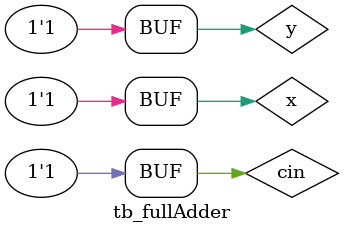
<source format=sv>

`ifndef TB_FULLADDER
`define TB_ADDER

`timescale 1ns/100ps
`include "fullAdder.sv"

module tb_fullAdder();

	reg x, y, cin;
	wire sum, cout;

	// unit undertest
	fullAdder uut(.In1(x), .In2(y), .Cin(cin), .Sum(sum), .Cout(cout));

	initial begin
		$display("X\tY\tCin\tSum\tCout");
		$monitor("%b\t%b\t%b\t%b\t%b", x, y, cin, sum, cout);
	end

	initial
	begin
		x = 0;
		y = 0;
		cin = 0;
		#1;
		x = 0;
		y = 0;
		cin = 1;
		#1;
		x = 1;
		y = 0;
		cin = 0;
		#1;
		x = 1;
		y = 0;
		cin = 1;
		#1;
		x = 0;
		y = 1;
		cin = 0;
		#1;
		x = 0;
		y = 1;
		cin = 1;
		#1
		x = 1;
		y = 1;
		cin = 0;
		#1
		x = 1;
		y = 1;
		cin = 1;
	end
endmodule // tb_fullAdder

`endif // tb_fullAdder

</source>
